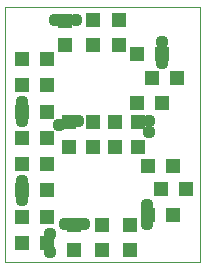
<source format=gts>
G75*
%MOIN*%
%OFA0B0*%
%FSLAX24Y24*%
%IPPOS*%
%LPD*%
%AMOC8*
5,1,8,0,0,1.08239X$1,22.5*
%
%ADD10C,0.0000*%
%ADD11R,0.0512X0.0512*%
%ADD12C,0.0437*%
D10*
X002392Y002517D02*
X002392Y011017D01*
X008892Y011017D01*
X008892Y002517D01*
X002392Y002517D01*
D11*
X002978Y003142D03*
X003805Y003142D03*
X003805Y004017D03*
X002978Y004017D03*
X002978Y004892D03*
X003805Y004892D03*
X003805Y005767D03*
X002978Y005767D03*
X002978Y006642D03*
X003805Y006642D03*
X004517Y006353D03*
X005329Y006353D03*
X006079Y006353D03*
X006829Y006353D03*
X007166Y005704D03*
X007993Y005704D03*
X007603Y004954D03*
X007993Y004079D03*
X007166Y004079D03*
X006579Y003743D03*
X006579Y002916D03*
X005642Y002916D03*
X005642Y003743D03*
X004704Y003743D03*
X004704Y002916D03*
X008430Y004954D03*
X006829Y007180D03*
X006806Y007793D03*
X006079Y007180D03*
X005329Y007180D03*
X004517Y007180D03*
X003805Y007517D03*
X002978Y007517D03*
X002978Y008392D03*
X003805Y008392D03*
X003805Y009267D03*
X004410Y009721D03*
X004410Y010547D03*
X005329Y010555D03*
X005329Y009728D03*
X006204Y009728D03*
X006791Y009454D03*
X007291Y008642D03*
X008118Y008642D03*
X007618Y009454D03*
X006204Y010555D03*
X007633Y007793D03*
X002978Y009267D03*
D12*
X004079Y010579D03*
X004767Y010579D03*
X002954Y007829D03*
X002954Y007204D03*
X004204Y007079D03*
X004829Y007204D03*
X002954Y005204D03*
X002954Y004579D03*
X003892Y003454D03*
X004392Y003767D03*
X005017Y003767D03*
X003892Y002829D03*
X007142Y003767D03*
X007142Y004392D03*
X007204Y006829D03*
X007204Y007204D03*
X007642Y009142D03*
X007642Y009829D03*
M02*

</source>
